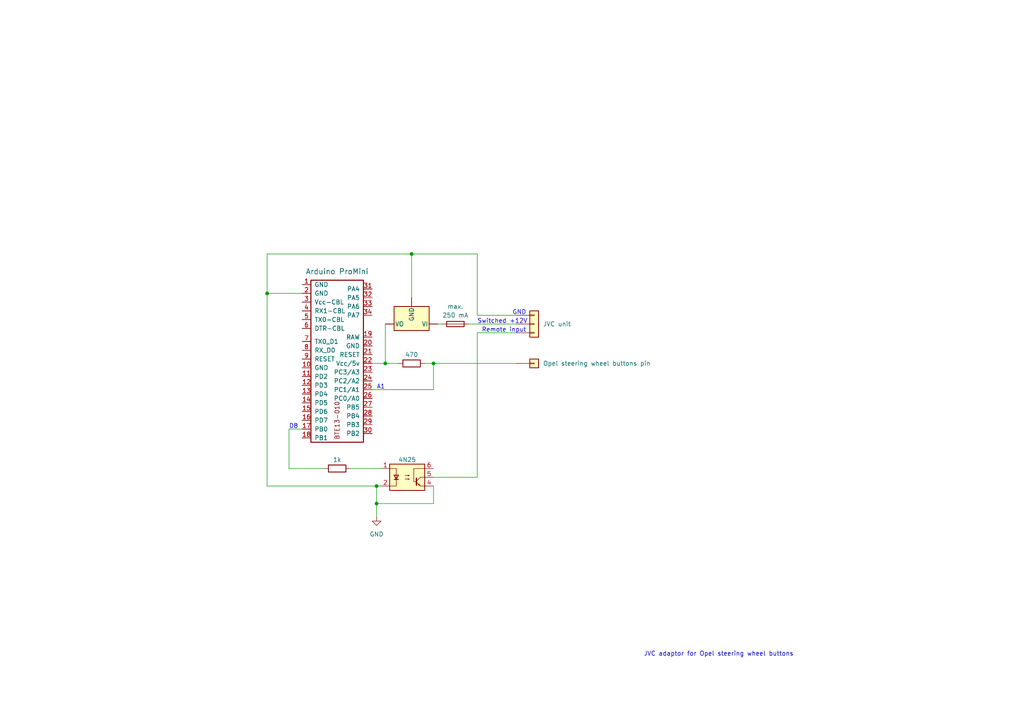
<source format=kicad_sch>
(kicad_sch (version 20230121) (generator eeschema)
  (paper "A4")
  (lib_symbols
    (symbol "Connector_Generic:Conn_01x01" (pin_numbers hide) (pin_names (offset 1.016) hide)
      (property "Reference" "J" (at 0 2.54 0))
      (property "Value" "Conn_01x01" (at 0 -2.54 0))
      (symbol "Conn_01x01_1_1"
        (rectangle (start -1.27 0.127) (end 0 -0.127) (stroke (width 0.1524)))
        (rectangle (start -1.27 1.27) (end 1.27 -1.27) (stroke (width 0.254)) (fill (type background)))
        (pin passive line (at -5.08 0 0) (length 3.81) (name "Pin_1") (number "1"))
      )
    )
    (symbol "Connector_Generic:Conn_01x03" (pin_numbers hide) (pin_names (offset 1.016) hide)
      (property "Reference" "J" (at 0 5.08 0))
      (property "Value" "Conn_01x03" (at 0 -5.08 0))
      (symbol "Conn_01x03_1_1"
        (rectangle (start -1.27 -2.413) (end 0 -2.667) (stroke (width 0.1524)))
        (rectangle (start -1.27 0.127) (end 0 -0.127) (stroke (width 0.1524)))
        (rectangle (start -1.27 2.667) (end 0 2.413) (stroke (width 0.1524)))
        (rectangle (start -1.27 3.81) (end 1.27 -3.81) (stroke (width 0.254)) (fill (type background)))
        (pin passive line (at -5.08 2.54 0) (length 3.81) (name "Pin_1") (number "1"))
        (pin passive line (at -5.08 0 0) (length 3.81) (name "Pin_2") (number "2"))
        (pin passive line (at -5.08 -2.54 0) (length 3.81) (name "Pin_3") (number "3"))
      )
    )
    (symbol "Device:Fuse" (pin_numbers hide) (pin_names (offset 0))
      (property "Reference" "F" (at 2.032 0 90))
      (property "Value" "Fuse" (at -1.905 0 90))
      (symbol "Fuse_0_1"
        (rectangle (start -0.762 -2.54) (end 0.762 2.54) (stroke (width 0.254)))
        (polyline (pts (xy 0 2.54) (xy 0 -2.54)))
      )
      (symbol "Fuse_1_1"
        (pin passive line (at 0 3.81 270) (length 1.27) (name "~") (number "1"))
        (pin passive line (at 0 -3.81 90) (length 1.27) (name "~") (number "2"))
      )
    )
    (symbol "Device:R" (pin_numbers hide) (pin_names (offset 0))
      (property "Reference" "R" (at 2.032 0 90))
      (property "Value" "R" (at 0 0 90))
      (symbol "R_0_1"
        (rectangle (start -1.016 -2.54) (end 1.016 2.54) (stroke (width 0.254)))
      )
      (symbol "R_1_1"
        (pin passive line (at 0 3.81 270) (length 1.27) (name "~") (number "1"))
        (pin passive line (at 0 -3.81 90) (length 1.27) (name "~") (number "2"))
      )
    )
    (symbol "Isolator:4N25" (pin_names (offset 1.016) hide)
      (property "Reference" "U" (at -5.08 5.08 0))
      (property "Value" "4N25" (at 0 5.08 0))
      (symbol "4N25_0_1"
        (rectangle (start -5.08 3.81) (end 5.08 -3.81) (stroke (width 0.254)) (fill (type background)))
        (polyline (pts (xy -3.81 -0.635) (xy -2.54 -0.635)) (stroke (width 0.254)))
        (polyline (pts (xy 2.667 -1.397) (xy 3.81 -2.54)))
        (polyline (pts (xy 2.667 -1.143) (xy 3.81 0)))
        (polyline (pts (xy 3.81 -2.54) (xy 5.08 -2.54)))
        (polyline (pts (xy 3.81 0) (xy 5.08 0)))
        (polyline (pts (xy 2.667 -0.254) (xy 2.667 -2.286) (xy 2.667 -2.286)) (stroke (width 0.3556)))
        (polyline (pts (xy -5.08 -2.54) (xy -3.175 -2.54) (xy -3.175 2.54) (xy -5.08 2.54)))
        (polyline (pts (xy -3.175 -0.635) (xy -3.81 0.635) (xy -2.54 0.635) (xy -3.175 -0.635)) (stroke (width 0.254)))
        (polyline (pts (xy 3.683 -2.413) (xy 3.429 -1.905) (xy 3.175 -2.159) (xy 3.683 -2.413)))
        (polyline (pts (xy 5.08 2.54) (xy 1.905 2.54) (xy 1.905 -1.27) (xy 2.54 -1.27)))
        (polyline (pts (xy -0.635 -0.508) (xy 0.635 -0.508) (xy 0.254 -0.635) (xy 0.254 -0.381) (xy 0.635 -0.508)))
        (polyline (pts (xy -0.635 0.508) (xy 0.635 0.508) (xy 0.254 0.381) (xy 0.254 0.635) (xy 0.635 0.508)))
      )
      (symbol "4N25_1_1"
        (pin passive line (at -7.62 2.54 0) (length 2.54) (name "~") (number "1"))
        (pin passive line (at -7.62 -2.54 0) (length 2.54) (name "~") (number "2"))
        (pin no_connect line (at -5.08 0 0) (length 2.54) hide (name "NC") (number "3"))
        (pin passive line (at 7.62 -2.54 180) (length 2.54) (name "~") (number "4"))
        (pin passive line (at 7.62 0 180) (length 2.54) (name "~") (number "5"))
        (pin passive line (at 7.62 2.54 180) (length 2.54) (name "~") (number "6"))
      )
    )
    (symbol "Regulator_Linear:MCP1700x-300xxTT" (pin_numbers hide) (pin_names (offset 0.254))
      (property "Reference" "U" (at -3.81 3.175 0))
      (property "Value" "MCP1700x-300xxTT" (at 0 3.175 0))
      (symbol "MCP1700x-300xxTT_0_1"
        (rectangle (start -5.08 1.905) (end 5.08 -5.08) (stroke (width 0.254)) (fill (type background)))
      )
      (symbol "MCP1700x-300xxTT_1_1"
        (pin power_in line (at 0 -7.62 90) (length 2.54) (name "GND") (number "1"))
        (pin power_out line (at 7.62 0 180) (length 2.54) (name "VO") (number "2"))
        (pin power_in line (at -7.62 0 0) (length 2.54) (name "VI") (number "3"))
      )
    )
    (symbol "j_ProcessorBoards:ProMini2" (pin_names (offset 1.016))
      (property "Reference" "uP" (at -12.7 -8.89 0))
      (property "Value" "ProMini2" (at -15.24 -58.42 0))
      (symbol "ProMini2_0_1"
        (rectangle (start -22.86 -10.16) (end -7.62 -57.15) (stroke (width 0.3048)))
      )
      (symbol "ProMini2_1_0"
        (text "BTE13-010" (at -15.24 -50.8 900) (effects (font (size 1.27 1.27))))
      )
      (symbol "ProMini2_1_1"
        (pin input line (at -25.4 -11.43 0) (length 2.54) (name "GND") (number "1"))
        (pin input line (at -25.4 -35.56 0) (length 2.54) (name "GND") (number "10"))
        (pin bidirectional line (at -25.4 -38.1 0) (length 2.54) (name "PD2") (number "11"))
        (pin bidirectional line (at -25.4 -40.64 0) (length 2.54) (name "PD3") (number "12"))
        (pin bidirectional line (at -25.4 -43.18 0) (length 2.54) (name "PD4") (number "13"))
        (pin bidirectional line (at -25.4 -45.72 0) (length 2.54) (name "PD5") (number "14"))
        (pin bidirectional line (at -25.4 -48.26 0) (length 2.54) (name "PD6") (number "15"))
        (pin bidirectional line (at -25.4 -50.8 0) (length 2.54) (name "PD7") (number "16"))
        (pin bidirectional line (at -25.4 -53.34 0) (length 2.54) (name "PB0") (number "17"))
        (pin bidirectional line (at -25.4 -55.88 0) (length 2.54) (name "PB1") (number "18"))
        (pin input line (at -5.08 -26.67 180) (length 2.54) (name "RAW") (number "19"))
        (pin input line (at -25.4 -13.97 0) (length 2.54) (name "GND") (number "2"))
        (pin input line (at -5.08 -29.21 180) (length 2.54) (name "GND") (number "20"))
        (pin input line (at -5.08 -31.75 180) (length 2.54) (name "RESET") (number "21"))
        (pin input line (at -5.08 -34.29 180) (length 2.54) (name "Vcc/5v") (number "22"))
        (pin bidirectional line (at -5.08 -36.83 180) (length 2.54) (name "PC3/A3") (number "23"))
        (pin bidirectional line (at -5.08 -39.37 180) (length 2.54) (name "PC2/A2") (number "24"))
        (pin bidirectional line (at -5.08 -41.91 180) (length 2.54) (name "PC1/A1") (number "25"))
        (pin bidirectional line (at -5.08 -44.45 180) (length 2.54) (name "PC0/A0") (number "26"))
        (pin bidirectional line (at -5.08 -46.99 180) (length 2.54) (name "PB5") (number "27"))
        (pin bidirectional line (at -5.08 -49.53 180) (length 2.54) (name "PB4") (number "28"))
        (pin bidirectional line (at -5.08 -52.07 180) (length 2.54) (name "PB3") (number "29"))
        (pin power_in line (at -25.4 -16.51 0) (length 2.54) (name "Vcc-CBL") (number "3"))
        (pin bidirectional line (at -5.08 -54.61 180) (length 2.54) (name "PB2") (number "30"))
        (pin bidirectional line (at -5.08 -12.7 180) (length 2.54) (name "PA4") (number "31"))
        (pin bidirectional line (at -5.08 -15.24 180) (length 2.54) (name "PA5") (number "32"))
        (pin bidirectional line (at -5.08 -17.78 180) (length 2.54) (name "PA6") (number "33"))
        (pin bidirectional line (at -5.08 -20.32 180) (length 2.54) (name "PA7") (number "34"))
        (pin bidirectional line (at -25.4 -19.05 0) (length 2.54) (name "RX1-CBL") (number "4"))
        (pin bidirectional line (at -25.4 -21.59 0) (length 2.54) (name "TX0-CBL") (number "5"))
        (pin bidirectional line (at -25.4 -24.13 0) (length 2.54) (name "DTR-CBL") (number "6"))
        (pin bidirectional line (at -25.4 -27.94 0) (length 2.54) (name "TX0_D1") (number "7"))
        (pin bidirectional line (at -25.4 -30.48 0) (length 2.54) (name "RX_D0") (number "8"))
        (pin input line (at -25.4 -33.02 0) (length 2.54) (name "RESET") (number "9"))
      )
    )
    (symbol "power:GND" (power) (pin_numbers hide) (pin_names (offset 0) hide)
      (property "Value" "GND" (at 0 -3.81 0))
      (symbol "GND_0_1"
        (polyline (pts (xy 0 0) (xy 0 -1.27) (xy 1.27 -1.27) (xy 0 -2.54) (xy -1.27 -1.27) (xy 0 -1.27)))
      )
      (symbol "GND_1_1"
        (pin power_in line (at 0 0 270) (length 0) hide (name "GND") (number "1"))
      )
    )
  )
  (junction (at 109.22 146.05))
  (junction (at 111.76 105.41))
  (junction (at 125.73 105.41))
  (junction (at 77.47 85.09))
  (junction (at 109.22 140.97))
  (junction (at 119.38 73.66))
  (wire (pts (xy 77.47 85.09) (xy 77.47 73.66)))
  (wire (pts (xy 125.73 138.43) (xy 138.43 138.43)))
  (wire (pts (xy 119.38 73.66) (xy 138.43 73.66)))
  (wire (pts (xy 138.43 96.52) (xy 138.43 138.43)))
  (wire (pts (xy 111.76 93.98) (xy 111.76 105.41)))
  (wire (pts (xy 138.43 96.52) (xy 149.86 96.52)))
  (wire (pts (xy 87.63 124.46) (xy 83.82 124.46)))
  (wire (pts (xy 77.47 85.09) (xy 77.47 140.97)))
  (wire (pts (xy 101.6 135.89) (xy 110.49 135.89)))
  (wire (pts (xy 127 93.98) (xy 128.27 93.98)))
  (wire (pts (xy 77.47 85.09) (xy 87.63 85.09)))
  (wire (pts (xy 107.95 113.03) (xy 125.73 113.03)))
  (wire (pts (xy 123.19 105.41) (xy 125.73 105.41)))
  (wire (pts (xy 135.89 93.98) (xy 149.86 93.98)))
  (wire (pts (xy 83.82 135.89) (xy 93.98 135.89)))
  (wire (pts (xy 138.43 73.66) (xy 138.43 91.44)))
  (wire (pts (xy 125.73 146.05) (xy 109.22 146.05)))
  (wire (pts (xy 138.43 91.44) (xy 149.86 91.44)))
  (wire (pts (xy 83.82 124.46) (xy 83.82 135.89)))
  (wire (pts (xy 109.22 146.05) (xy 109.22 140.97)))
  (wire (pts (xy 125.73 140.97) (xy 125.73 146.05)))
  (wire (pts (xy 125.73 113.03) (xy 125.73 105.41)))
  (wire (pts (xy 109.22 140.97) (xy 110.49 140.97)))
  (wire (pts (xy 77.47 140.97) (xy 109.22 140.97)))
  (wire (pts (xy 119.38 73.66) (xy 119.38 86.36)))
  (wire (pts (xy 77.47 73.66) (xy 119.38 73.66)))
  (wire (pts (xy 107.95 105.41) (xy 111.76 105.41)))
  (wire (pts (xy 109.22 146.05) (xy 109.22 149.86)))
  (wire (pts (xy 111.76 105.41) (xy 115.57 105.41)))
  (wire (pts (xy 125.73 105.41) (xy 149.86 105.41)))
  (text "D8" (at 83.82 124.46 0) (effects (font (size 1.27 1.27)) (justify left bottom)))
  (text "GND" (at 148.59 91.44 0) (effects (font (size 1.27 1.27)) (justify left bottom)))
  (text "JVC adaptor for Opel steering wheel buttons" (at 186.69 190.5 0) (effects (font (size 1.27 1.27)) (justify left bottom)))
  (text "Switched +12V" (at 138.43 93.98 0) (effects (font (size 1.27 1.27)) (justify left bottom)))
  (text "A1" (at 109.22 113.03 0) (effects (font (size 1.27 1.27)) (justify left bottom)))
  (text "Remote input" (at 139.7 96.52 0) (effects (font (size 1.27 1.27)) (justify left bottom)))
  (symbol (lib_id "Isolator:4N25") (at 118.11 138.43 0) (unit 1)
    (property "Reference" "U1" (effects hide))
    (property "Value" "4N25" (at 118.11 133.35 0))
    (property "Footprint" "Package_DIP:DIP-6_W7.62mm" (effects hide))
    (property "Datasheet" "https://www.vishay.com/docs/83725/4n25.pdf" (effects hide))
  )
  (symbol (lib_id "power:GND") (at 109.22 149.86 0) (unit 1)
    (property "Reference" "#PWR01" (effects hide))
    (property "Value" "GND" (at 109.22 154.94 0))
  )
  (symbol (lib_id "j_ProcessorBoards:ProMini2") (at 113.03 71.12 0) (unit 1)
    (property "Reference" "uP1" (effects hide))
    (property "Value" "Arduino ProMini" (at 97.79 78.74 0) (effects (font (size 1.524 1.524))))
  )
  (symbol (lib_id "Regulator_Linear:MCP1700x-300xxTT") (at 119.38 93.98 180) (unit 1)
    (property "Reference" "U2" (effects hide))
    (property "Value" "MCP1700x-300xxTT" (effects hide))
    (property "Footprint" "Package_TO_SOT_SMD:SOT-23" (effects hide))
    (property "Datasheet" "http://ww1.microchip.com/downloads/en/DeviceDoc/20001826D.pdf" (effects hide))
  )
  (symbol (lib_id "Device:R") (at 119.38 105.41 90) (unit 1)
    (property "Reference" "R1" (effects hide))
    (property "Value" "470" (at 119.38 102.87 90))
  )
  (symbol (lib_id "Connector_Generic:Conn_01x01") (at 154.94 105.41 0) (unit 1)
    (property "Reference" "J1" (effects hide))
    (property "Value" "Opel steering wheel buttons pin" (at 157.48 105.41 0) (effects (justify left)))
  )
  (symbol (lib_id "Device:Fuse") (at 132.08 93.98 90) (unit 1)
    (property "Reference" "max." (at 132.08 88.9 90))
    (property "Value" "250 mA" (at 132.08 91.44 90))
  )
  (symbol (lib_id "Connector_Generic:Conn_01x03") (at 154.94 93.98 0) (unit 1)
    (property "Reference" "J2" (effects hide))
    (property "Value" "JVC unit" (at 157.48 93.98 0) (effects (justify left)))
  )
  (symbol (lib_id "Device:R") (at 97.79 135.89 90) (unit 1)
    (property "Reference" "R2" (effects hide))
    (property "Value" "1k" (at 97.79 133.35 90))
  )
)
</source>
